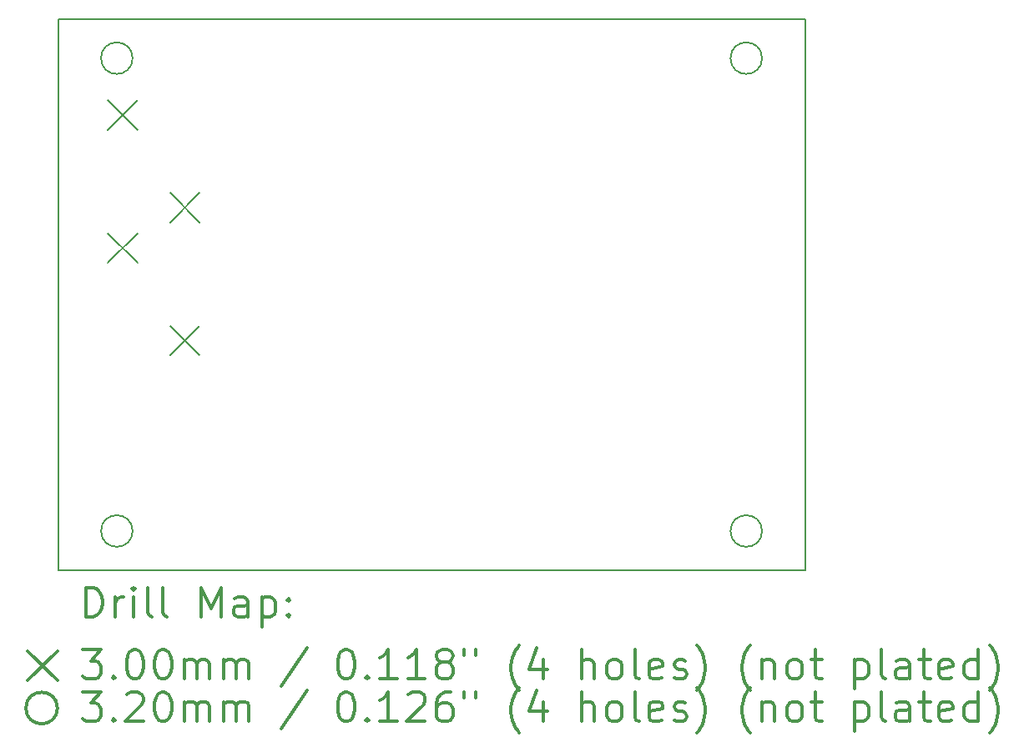
<source format=gbr>
%FSLAX45Y45*%
G04 Gerber Fmt 4.5, Leading zero omitted, Abs format (unit mm)*
G04 Created by KiCad (PCBNEW (5.1.6)-1) date 2022-01-28 10:45:05*
%MOMM*%
%LPD*%
G01*
G04 APERTURE LIST*
%TA.AperFunction,Profile*%
%ADD10C,0.150000*%
%TD*%
%ADD11C,0.200000*%
%ADD12C,0.300000*%
G04 APERTURE END LIST*
D10*
X20761000Y-10109000D02*
X13180000Y-10109000D01*
X20761000Y-10109000D02*
X20761000Y-4507000D01*
X13180000Y-4507000D02*
X20761000Y-4507000D01*
X13180000Y-4507000D02*
X13180000Y-10109000D01*
D11*
X13684000Y-5335000D02*
X13984000Y-5635000D01*
X13984000Y-5335000D02*
X13684000Y-5635000D01*
X14314000Y-6275000D02*
X14614000Y-6575000D01*
X14614000Y-6275000D02*
X14314000Y-6575000D01*
X13684000Y-6683000D02*
X13984000Y-6983000D01*
X13984000Y-6683000D02*
X13684000Y-6983000D01*
X14314000Y-7623000D02*
X14614000Y-7923000D01*
X14614000Y-7623000D02*
X14314000Y-7923000D01*
X20321000Y-4907000D02*
G75*
G03*
X20321000Y-4907000I-160000J0D01*
G01*
X13935000Y-4907000D02*
G75*
G03*
X13935000Y-4907000I-160000J0D01*
G01*
X20321000Y-9709000D02*
G75*
G03*
X20321000Y-9709000I-160000J0D01*
G01*
X13935000Y-9709000D02*
G75*
G03*
X13935000Y-9709000I-160000J0D01*
G01*
D12*
X13458928Y-10582214D02*
X13458928Y-10282214D01*
X13530357Y-10282214D01*
X13573214Y-10296500D01*
X13601786Y-10325072D01*
X13616071Y-10353643D01*
X13630357Y-10410786D01*
X13630357Y-10453643D01*
X13616071Y-10510786D01*
X13601786Y-10539357D01*
X13573214Y-10567929D01*
X13530357Y-10582214D01*
X13458928Y-10582214D01*
X13758928Y-10582214D02*
X13758928Y-10382214D01*
X13758928Y-10439357D02*
X13773214Y-10410786D01*
X13787500Y-10396500D01*
X13816071Y-10382214D01*
X13844643Y-10382214D01*
X13944643Y-10582214D02*
X13944643Y-10382214D01*
X13944643Y-10282214D02*
X13930357Y-10296500D01*
X13944643Y-10310786D01*
X13958928Y-10296500D01*
X13944643Y-10282214D01*
X13944643Y-10310786D01*
X14130357Y-10582214D02*
X14101786Y-10567929D01*
X14087500Y-10539357D01*
X14087500Y-10282214D01*
X14287500Y-10582214D02*
X14258928Y-10567929D01*
X14244643Y-10539357D01*
X14244643Y-10282214D01*
X14630357Y-10582214D02*
X14630357Y-10282214D01*
X14730357Y-10496500D01*
X14830357Y-10282214D01*
X14830357Y-10582214D01*
X15101786Y-10582214D02*
X15101786Y-10425072D01*
X15087500Y-10396500D01*
X15058928Y-10382214D01*
X15001786Y-10382214D01*
X14973214Y-10396500D01*
X15101786Y-10567929D02*
X15073214Y-10582214D01*
X15001786Y-10582214D01*
X14973214Y-10567929D01*
X14958928Y-10539357D01*
X14958928Y-10510786D01*
X14973214Y-10482214D01*
X15001786Y-10467929D01*
X15073214Y-10467929D01*
X15101786Y-10453643D01*
X15244643Y-10382214D02*
X15244643Y-10682214D01*
X15244643Y-10396500D02*
X15273214Y-10382214D01*
X15330357Y-10382214D01*
X15358928Y-10396500D01*
X15373214Y-10410786D01*
X15387500Y-10439357D01*
X15387500Y-10525072D01*
X15373214Y-10553643D01*
X15358928Y-10567929D01*
X15330357Y-10582214D01*
X15273214Y-10582214D01*
X15244643Y-10567929D01*
X15516071Y-10553643D02*
X15530357Y-10567929D01*
X15516071Y-10582214D01*
X15501786Y-10567929D01*
X15516071Y-10553643D01*
X15516071Y-10582214D01*
X15516071Y-10396500D02*
X15530357Y-10410786D01*
X15516071Y-10425072D01*
X15501786Y-10410786D01*
X15516071Y-10396500D01*
X15516071Y-10425072D01*
X12872500Y-10926500D02*
X13172500Y-11226500D01*
X13172500Y-10926500D02*
X12872500Y-11226500D01*
X13430357Y-10912214D02*
X13616071Y-10912214D01*
X13516071Y-11026500D01*
X13558928Y-11026500D01*
X13587500Y-11040786D01*
X13601786Y-11055072D01*
X13616071Y-11083643D01*
X13616071Y-11155072D01*
X13601786Y-11183643D01*
X13587500Y-11197929D01*
X13558928Y-11212214D01*
X13473214Y-11212214D01*
X13444643Y-11197929D01*
X13430357Y-11183643D01*
X13744643Y-11183643D02*
X13758928Y-11197929D01*
X13744643Y-11212214D01*
X13730357Y-11197929D01*
X13744643Y-11183643D01*
X13744643Y-11212214D01*
X13944643Y-10912214D02*
X13973214Y-10912214D01*
X14001786Y-10926500D01*
X14016071Y-10940786D01*
X14030357Y-10969357D01*
X14044643Y-11026500D01*
X14044643Y-11097929D01*
X14030357Y-11155072D01*
X14016071Y-11183643D01*
X14001786Y-11197929D01*
X13973214Y-11212214D01*
X13944643Y-11212214D01*
X13916071Y-11197929D01*
X13901786Y-11183643D01*
X13887500Y-11155072D01*
X13873214Y-11097929D01*
X13873214Y-11026500D01*
X13887500Y-10969357D01*
X13901786Y-10940786D01*
X13916071Y-10926500D01*
X13944643Y-10912214D01*
X14230357Y-10912214D02*
X14258928Y-10912214D01*
X14287500Y-10926500D01*
X14301786Y-10940786D01*
X14316071Y-10969357D01*
X14330357Y-11026500D01*
X14330357Y-11097929D01*
X14316071Y-11155072D01*
X14301786Y-11183643D01*
X14287500Y-11197929D01*
X14258928Y-11212214D01*
X14230357Y-11212214D01*
X14201786Y-11197929D01*
X14187500Y-11183643D01*
X14173214Y-11155072D01*
X14158928Y-11097929D01*
X14158928Y-11026500D01*
X14173214Y-10969357D01*
X14187500Y-10940786D01*
X14201786Y-10926500D01*
X14230357Y-10912214D01*
X14458928Y-11212214D02*
X14458928Y-11012214D01*
X14458928Y-11040786D02*
X14473214Y-11026500D01*
X14501786Y-11012214D01*
X14544643Y-11012214D01*
X14573214Y-11026500D01*
X14587500Y-11055072D01*
X14587500Y-11212214D01*
X14587500Y-11055072D02*
X14601786Y-11026500D01*
X14630357Y-11012214D01*
X14673214Y-11012214D01*
X14701786Y-11026500D01*
X14716071Y-11055072D01*
X14716071Y-11212214D01*
X14858928Y-11212214D02*
X14858928Y-11012214D01*
X14858928Y-11040786D02*
X14873214Y-11026500D01*
X14901786Y-11012214D01*
X14944643Y-11012214D01*
X14973214Y-11026500D01*
X14987500Y-11055072D01*
X14987500Y-11212214D01*
X14987500Y-11055072D02*
X15001786Y-11026500D01*
X15030357Y-11012214D01*
X15073214Y-11012214D01*
X15101786Y-11026500D01*
X15116071Y-11055072D01*
X15116071Y-11212214D01*
X15701786Y-10897929D02*
X15444643Y-11283643D01*
X16087500Y-10912214D02*
X16116071Y-10912214D01*
X16144643Y-10926500D01*
X16158928Y-10940786D01*
X16173214Y-10969357D01*
X16187500Y-11026500D01*
X16187500Y-11097929D01*
X16173214Y-11155072D01*
X16158928Y-11183643D01*
X16144643Y-11197929D01*
X16116071Y-11212214D01*
X16087500Y-11212214D01*
X16058928Y-11197929D01*
X16044643Y-11183643D01*
X16030357Y-11155072D01*
X16016071Y-11097929D01*
X16016071Y-11026500D01*
X16030357Y-10969357D01*
X16044643Y-10940786D01*
X16058928Y-10926500D01*
X16087500Y-10912214D01*
X16316071Y-11183643D02*
X16330357Y-11197929D01*
X16316071Y-11212214D01*
X16301786Y-11197929D01*
X16316071Y-11183643D01*
X16316071Y-11212214D01*
X16616071Y-11212214D02*
X16444643Y-11212214D01*
X16530357Y-11212214D02*
X16530357Y-10912214D01*
X16501786Y-10955072D01*
X16473214Y-10983643D01*
X16444643Y-10997929D01*
X16901786Y-11212214D02*
X16730357Y-11212214D01*
X16816071Y-11212214D02*
X16816071Y-10912214D01*
X16787500Y-10955072D01*
X16758928Y-10983643D01*
X16730357Y-10997929D01*
X17073214Y-11040786D02*
X17044643Y-11026500D01*
X17030357Y-11012214D01*
X17016071Y-10983643D01*
X17016071Y-10969357D01*
X17030357Y-10940786D01*
X17044643Y-10926500D01*
X17073214Y-10912214D01*
X17130357Y-10912214D01*
X17158928Y-10926500D01*
X17173214Y-10940786D01*
X17187500Y-10969357D01*
X17187500Y-10983643D01*
X17173214Y-11012214D01*
X17158928Y-11026500D01*
X17130357Y-11040786D01*
X17073214Y-11040786D01*
X17044643Y-11055072D01*
X17030357Y-11069357D01*
X17016071Y-11097929D01*
X17016071Y-11155072D01*
X17030357Y-11183643D01*
X17044643Y-11197929D01*
X17073214Y-11212214D01*
X17130357Y-11212214D01*
X17158928Y-11197929D01*
X17173214Y-11183643D01*
X17187500Y-11155072D01*
X17187500Y-11097929D01*
X17173214Y-11069357D01*
X17158928Y-11055072D01*
X17130357Y-11040786D01*
X17301786Y-10912214D02*
X17301786Y-10969357D01*
X17416071Y-10912214D02*
X17416071Y-10969357D01*
X17858928Y-11326500D02*
X17844643Y-11312214D01*
X17816071Y-11269357D01*
X17801786Y-11240786D01*
X17787500Y-11197929D01*
X17773214Y-11126500D01*
X17773214Y-11069357D01*
X17787500Y-10997929D01*
X17801786Y-10955072D01*
X17816071Y-10926500D01*
X17844643Y-10883643D01*
X17858928Y-10869357D01*
X18101786Y-11012214D02*
X18101786Y-11212214D01*
X18030357Y-10897929D02*
X17958928Y-11112214D01*
X18144643Y-11112214D01*
X18487500Y-11212214D02*
X18487500Y-10912214D01*
X18616071Y-11212214D02*
X18616071Y-11055072D01*
X18601786Y-11026500D01*
X18573214Y-11012214D01*
X18530357Y-11012214D01*
X18501786Y-11026500D01*
X18487500Y-11040786D01*
X18801786Y-11212214D02*
X18773214Y-11197929D01*
X18758928Y-11183643D01*
X18744643Y-11155072D01*
X18744643Y-11069357D01*
X18758928Y-11040786D01*
X18773214Y-11026500D01*
X18801786Y-11012214D01*
X18844643Y-11012214D01*
X18873214Y-11026500D01*
X18887500Y-11040786D01*
X18901786Y-11069357D01*
X18901786Y-11155072D01*
X18887500Y-11183643D01*
X18873214Y-11197929D01*
X18844643Y-11212214D01*
X18801786Y-11212214D01*
X19073214Y-11212214D02*
X19044643Y-11197929D01*
X19030357Y-11169357D01*
X19030357Y-10912214D01*
X19301786Y-11197929D02*
X19273214Y-11212214D01*
X19216071Y-11212214D01*
X19187500Y-11197929D01*
X19173214Y-11169357D01*
X19173214Y-11055072D01*
X19187500Y-11026500D01*
X19216071Y-11012214D01*
X19273214Y-11012214D01*
X19301786Y-11026500D01*
X19316071Y-11055072D01*
X19316071Y-11083643D01*
X19173214Y-11112214D01*
X19430357Y-11197929D02*
X19458928Y-11212214D01*
X19516071Y-11212214D01*
X19544643Y-11197929D01*
X19558928Y-11169357D01*
X19558928Y-11155072D01*
X19544643Y-11126500D01*
X19516071Y-11112214D01*
X19473214Y-11112214D01*
X19444643Y-11097929D01*
X19430357Y-11069357D01*
X19430357Y-11055072D01*
X19444643Y-11026500D01*
X19473214Y-11012214D01*
X19516071Y-11012214D01*
X19544643Y-11026500D01*
X19658928Y-11326500D02*
X19673214Y-11312214D01*
X19701786Y-11269357D01*
X19716071Y-11240786D01*
X19730357Y-11197929D01*
X19744643Y-11126500D01*
X19744643Y-11069357D01*
X19730357Y-10997929D01*
X19716071Y-10955072D01*
X19701786Y-10926500D01*
X19673214Y-10883643D01*
X19658928Y-10869357D01*
X20201786Y-11326500D02*
X20187500Y-11312214D01*
X20158928Y-11269357D01*
X20144643Y-11240786D01*
X20130357Y-11197929D01*
X20116071Y-11126500D01*
X20116071Y-11069357D01*
X20130357Y-10997929D01*
X20144643Y-10955072D01*
X20158928Y-10926500D01*
X20187500Y-10883643D01*
X20201786Y-10869357D01*
X20316071Y-11012214D02*
X20316071Y-11212214D01*
X20316071Y-11040786D02*
X20330357Y-11026500D01*
X20358928Y-11012214D01*
X20401786Y-11012214D01*
X20430357Y-11026500D01*
X20444643Y-11055072D01*
X20444643Y-11212214D01*
X20630357Y-11212214D02*
X20601786Y-11197929D01*
X20587500Y-11183643D01*
X20573214Y-11155072D01*
X20573214Y-11069357D01*
X20587500Y-11040786D01*
X20601786Y-11026500D01*
X20630357Y-11012214D01*
X20673214Y-11012214D01*
X20701786Y-11026500D01*
X20716071Y-11040786D01*
X20730357Y-11069357D01*
X20730357Y-11155072D01*
X20716071Y-11183643D01*
X20701786Y-11197929D01*
X20673214Y-11212214D01*
X20630357Y-11212214D01*
X20816071Y-11012214D02*
X20930357Y-11012214D01*
X20858928Y-10912214D02*
X20858928Y-11169357D01*
X20873214Y-11197929D01*
X20901786Y-11212214D01*
X20930357Y-11212214D01*
X21258928Y-11012214D02*
X21258928Y-11312214D01*
X21258928Y-11026500D02*
X21287500Y-11012214D01*
X21344643Y-11012214D01*
X21373214Y-11026500D01*
X21387500Y-11040786D01*
X21401786Y-11069357D01*
X21401786Y-11155072D01*
X21387500Y-11183643D01*
X21373214Y-11197929D01*
X21344643Y-11212214D01*
X21287500Y-11212214D01*
X21258928Y-11197929D01*
X21573214Y-11212214D02*
X21544643Y-11197929D01*
X21530357Y-11169357D01*
X21530357Y-10912214D01*
X21816071Y-11212214D02*
X21816071Y-11055072D01*
X21801786Y-11026500D01*
X21773214Y-11012214D01*
X21716071Y-11012214D01*
X21687500Y-11026500D01*
X21816071Y-11197929D02*
X21787500Y-11212214D01*
X21716071Y-11212214D01*
X21687500Y-11197929D01*
X21673214Y-11169357D01*
X21673214Y-11140786D01*
X21687500Y-11112214D01*
X21716071Y-11097929D01*
X21787500Y-11097929D01*
X21816071Y-11083643D01*
X21916071Y-11012214D02*
X22030357Y-11012214D01*
X21958928Y-10912214D02*
X21958928Y-11169357D01*
X21973214Y-11197929D01*
X22001786Y-11212214D01*
X22030357Y-11212214D01*
X22244643Y-11197929D02*
X22216071Y-11212214D01*
X22158928Y-11212214D01*
X22130357Y-11197929D01*
X22116071Y-11169357D01*
X22116071Y-11055072D01*
X22130357Y-11026500D01*
X22158928Y-11012214D01*
X22216071Y-11012214D01*
X22244643Y-11026500D01*
X22258928Y-11055072D01*
X22258928Y-11083643D01*
X22116071Y-11112214D01*
X22516071Y-11212214D02*
X22516071Y-10912214D01*
X22516071Y-11197929D02*
X22487500Y-11212214D01*
X22430357Y-11212214D01*
X22401786Y-11197929D01*
X22387500Y-11183643D01*
X22373214Y-11155072D01*
X22373214Y-11069357D01*
X22387500Y-11040786D01*
X22401786Y-11026500D01*
X22430357Y-11012214D01*
X22487500Y-11012214D01*
X22516071Y-11026500D01*
X22630357Y-11326500D02*
X22644643Y-11312214D01*
X22673214Y-11269357D01*
X22687500Y-11240786D01*
X22701786Y-11197929D01*
X22716071Y-11126500D01*
X22716071Y-11069357D01*
X22701786Y-10997929D01*
X22687500Y-10955072D01*
X22673214Y-10926500D01*
X22644643Y-10883643D01*
X22630357Y-10869357D01*
X13172500Y-11506500D02*
G75*
G03*
X13172500Y-11506500I-160000J0D01*
G01*
X13430357Y-11342214D02*
X13616071Y-11342214D01*
X13516071Y-11456500D01*
X13558928Y-11456500D01*
X13587500Y-11470786D01*
X13601786Y-11485071D01*
X13616071Y-11513643D01*
X13616071Y-11585071D01*
X13601786Y-11613643D01*
X13587500Y-11627929D01*
X13558928Y-11642214D01*
X13473214Y-11642214D01*
X13444643Y-11627929D01*
X13430357Y-11613643D01*
X13744643Y-11613643D02*
X13758928Y-11627929D01*
X13744643Y-11642214D01*
X13730357Y-11627929D01*
X13744643Y-11613643D01*
X13744643Y-11642214D01*
X13873214Y-11370786D02*
X13887500Y-11356500D01*
X13916071Y-11342214D01*
X13987500Y-11342214D01*
X14016071Y-11356500D01*
X14030357Y-11370786D01*
X14044643Y-11399357D01*
X14044643Y-11427929D01*
X14030357Y-11470786D01*
X13858928Y-11642214D01*
X14044643Y-11642214D01*
X14230357Y-11342214D02*
X14258928Y-11342214D01*
X14287500Y-11356500D01*
X14301786Y-11370786D01*
X14316071Y-11399357D01*
X14330357Y-11456500D01*
X14330357Y-11527929D01*
X14316071Y-11585071D01*
X14301786Y-11613643D01*
X14287500Y-11627929D01*
X14258928Y-11642214D01*
X14230357Y-11642214D01*
X14201786Y-11627929D01*
X14187500Y-11613643D01*
X14173214Y-11585071D01*
X14158928Y-11527929D01*
X14158928Y-11456500D01*
X14173214Y-11399357D01*
X14187500Y-11370786D01*
X14201786Y-11356500D01*
X14230357Y-11342214D01*
X14458928Y-11642214D02*
X14458928Y-11442214D01*
X14458928Y-11470786D02*
X14473214Y-11456500D01*
X14501786Y-11442214D01*
X14544643Y-11442214D01*
X14573214Y-11456500D01*
X14587500Y-11485071D01*
X14587500Y-11642214D01*
X14587500Y-11485071D02*
X14601786Y-11456500D01*
X14630357Y-11442214D01*
X14673214Y-11442214D01*
X14701786Y-11456500D01*
X14716071Y-11485071D01*
X14716071Y-11642214D01*
X14858928Y-11642214D02*
X14858928Y-11442214D01*
X14858928Y-11470786D02*
X14873214Y-11456500D01*
X14901786Y-11442214D01*
X14944643Y-11442214D01*
X14973214Y-11456500D01*
X14987500Y-11485071D01*
X14987500Y-11642214D01*
X14987500Y-11485071D02*
X15001786Y-11456500D01*
X15030357Y-11442214D01*
X15073214Y-11442214D01*
X15101786Y-11456500D01*
X15116071Y-11485071D01*
X15116071Y-11642214D01*
X15701786Y-11327929D02*
X15444643Y-11713643D01*
X16087500Y-11342214D02*
X16116071Y-11342214D01*
X16144643Y-11356500D01*
X16158928Y-11370786D01*
X16173214Y-11399357D01*
X16187500Y-11456500D01*
X16187500Y-11527929D01*
X16173214Y-11585071D01*
X16158928Y-11613643D01*
X16144643Y-11627929D01*
X16116071Y-11642214D01*
X16087500Y-11642214D01*
X16058928Y-11627929D01*
X16044643Y-11613643D01*
X16030357Y-11585071D01*
X16016071Y-11527929D01*
X16016071Y-11456500D01*
X16030357Y-11399357D01*
X16044643Y-11370786D01*
X16058928Y-11356500D01*
X16087500Y-11342214D01*
X16316071Y-11613643D02*
X16330357Y-11627929D01*
X16316071Y-11642214D01*
X16301786Y-11627929D01*
X16316071Y-11613643D01*
X16316071Y-11642214D01*
X16616071Y-11642214D02*
X16444643Y-11642214D01*
X16530357Y-11642214D02*
X16530357Y-11342214D01*
X16501786Y-11385071D01*
X16473214Y-11413643D01*
X16444643Y-11427929D01*
X16730357Y-11370786D02*
X16744643Y-11356500D01*
X16773214Y-11342214D01*
X16844643Y-11342214D01*
X16873214Y-11356500D01*
X16887500Y-11370786D01*
X16901786Y-11399357D01*
X16901786Y-11427929D01*
X16887500Y-11470786D01*
X16716071Y-11642214D01*
X16901786Y-11642214D01*
X17158928Y-11342214D02*
X17101786Y-11342214D01*
X17073214Y-11356500D01*
X17058928Y-11370786D01*
X17030357Y-11413643D01*
X17016071Y-11470786D01*
X17016071Y-11585071D01*
X17030357Y-11613643D01*
X17044643Y-11627929D01*
X17073214Y-11642214D01*
X17130357Y-11642214D01*
X17158928Y-11627929D01*
X17173214Y-11613643D01*
X17187500Y-11585071D01*
X17187500Y-11513643D01*
X17173214Y-11485071D01*
X17158928Y-11470786D01*
X17130357Y-11456500D01*
X17073214Y-11456500D01*
X17044643Y-11470786D01*
X17030357Y-11485071D01*
X17016071Y-11513643D01*
X17301786Y-11342214D02*
X17301786Y-11399357D01*
X17416071Y-11342214D02*
X17416071Y-11399357D01*
X17858928Y-11756500D02*
X17844643Y-11742214D01*
X17816071Y-11699357D01*
X17801786Y-11670786D01*
X17787500Y-11627929D01*
X17773214Y-11556500D01*
X17773214Y-11499357D01*
X17787500Y-11427929D01*
X17801786Y-11385071D01*
X17816071Y-11356500D01*
X17844643Y-11313643D01*
X17858928Y-11299357D01*
X18101786Y-11442214D02*
X18101786Y-11642214D01*
X18030357Y-11327929D02*
X17958928Y-11542214D01*
X18144643Y-11542214D01*
X18487500Y-11642214D02*
X18487500Y-11342214D01*
X18616071Y-11642214D02*
X18616071Y-11485071D01*
X18601786Y-11456500D01*
X18573214Y-11442214D01*
X18530357Y-11442214D01*
X18501786Y-11456500D01*
X18487500Y-11470786D01*
X18801786Y-11642214D02*
X18773214Y-11627929D01*
X18758928Y-11613643D01*
X18744643Y-11585071D01*
X18744643Y-11499357D01*
X18758928Y-11470786D01*
X18773214Y-11456500D01*
X18801786Y-11442214D01*
X18844643Y-11442214D01*
X18873214Y-11456500D01*
X18887500Y-11470786D01*
X18901786Y-11499357D01*
X18901786Y-11585071D01*
X18887500Y-11613643D01*
X18873214Y-11627929D01*
X18844643Y-11642214D01*
X18801786Y-11642214D01*
X19073214Y-11642214D02*
X19044643Y-11627929D01*
X19030357Y-11599357D01*
X19030357Y-11342214D01*
X19301786Y-11627929D02*
X19273214Y-11642214D01*
X19216071Y-11642214D01*
X19187500Y-11627929D01*
X19173214Y-11599357D01*
X19173214Y-11485071D01*
X19187500Y-11456500D01*
X19216071Y-11442214D01*
X19273214Y-11442214D01*
X19301786Y-11456500D01*
X19316071Y-11485071D01*
X19316071Y-11513643D01*
X19173214Y-11542214D01*
X19430357Y-11627929D02*
X19458928Y-11642214D01*
X19516071Y-11642214D01*
X19544643Y-11627929D01*
X19558928Y-11599357D01*
X19558928Y-11585071D01*
X19544643Y-11556500D01*
X19516071Y-11542214D01*
X19473214Y-11542214D01*
X19444643Y-11527929D01*
X19430357Y-11499357D01*
X19430357Y-11485071D01*
X19444643Y-11456500D01*
X19473214Y-11442214D01*
X19516071Y-11442214D01*
X19544643Y-11456500D01*
X19658928Y-11756500D02*
X19673214Y-11742214D01*
X19701786Y-11699357D01*
X19716071Y-11670786D01*
X19730357Y-11627929D01*
X19744643Y-11556500D01*
X19744643Y-11499357D01*
X19730357Y-11427929D01*
X19716071Y-11385071D01*
X19701786Y-11356500D01*
X19673214Y-11313643D01*
X19658928Y-11299357D01*
X20201786Y-11756500D02*
X20187500Y-11742214D01*
X20158928Y-11699357D01*
X20144643Y-11670786D01*
X20130357Y-11627929D01*
X20116071Y-11556500D01*
X20116071Y-11499357D01*
X20130357Y-11427929D01*
X20144643Y-11385071D01*
X20158928Y-11356500D01*
X20187500Y-11313643D01*
X20201786Y-11299357D01*
X20316071Y-11442214D02*
X20316071Y-11642214D01*
X20316071Y-11470786D02*
X20330357Y-11456500D01*
X20358928Y-11442214D01*
X20401786Y-11442214D01*
X20430357Y-11456500D01*
X20444643Y-11485071D01*
X20444643Y-11642214D01*
X20630357Y-11642214D02*
X20601786Y-11627929D01*
X20587500Y-11613643D01*
X20573214Y-11585071D01*
X20573214Y-11499357D01*
X20587500Y-11470786D01*
X20601786Y-11456500D01*
X20630357Y-11442214D01*
X20673214Y-11442214D01*
X20701786Y-11456500D01*
X20716071Y-11470786D01*
X20730357Y-11499357D01*
X20730357Y-11585071D01*
X20716071Y-11613643D01*
X20701786Y-11627929D01*
X20673214Y-11642214D01*
X20630357Y-11642214D01*
X20816071Y-11442214D02*
X20930357Y-11442214D01*
X20858928Y-11342214D02*
X20858928Y-11599357D01*
X20873214Y-11627929D01*
X20901786Y-11642214D01*
X20930357Y-11642214D01*
X21258928Y-11442214D02*
X21258928Y-11742214D01*
X21258928Y-11456500D02*
X21287500Y-11442214D01*
X21344643Y-11442214D01*
X21373214Y-11456500D01*
X21387500Y-11470786D01*
X21401786Y-11499357D01*
X21401786Y-11585071D01*
X21387500Y-11613643D01*
X21373214Y-11627929D01*
X21344643Y-11642214D01*
X21287500Y-11642214D01*
X21258928Y-11627929D01*
X21573214Y-11642214D02*
X21544643Y-11627929D01*
X21530357Y-11599357D01*
X21530357Y-11342214D01*
X21816071Y-11642214D02*
X21816071Y-11485071D01*
X21801786Y-11456500D01*
X21773214Y-11442214D01*
X21716071Y-11442214D01*
X21687500Y-11456500D01*
X21816071Y-11627929D02*
X21787500Y-11642214D01*
X21716071Y-11642214D01*
X21687500Y-11627929D01*
X21673214Y-11599357D01*
X21673214Y-11570786D01*
X21687500Y-11542214D01*
X21716071Y-11527929D01*
X21787500Y-11527929D01*
X21816071Y-11513643D01*
X21916071Y-11442214D02*
X22030357Y-11442214D01*
X21958928Y-11342214D02*
X21958928Y-11599357D01*
X21973214Y-11627929D01*
X22001786Y-11642214D01*
X22030357Y-11642214D01*
X22244643Y-11627929D02*
X22216071Y-11642214D01*
X22158928Y-11642214D01*
X22130357Y-11627929D01*
X22116071Y-11599357D01*
X22116071Y-11485071D01*
X22130357Y-11456500D01*
X22158928Y-11442214D01*
X22216071Y-11442214D01*
X22244643Y-11456500D01*
X22258928Y-11485071D01*
X22258928Y-11513643D01*
X22116071Y-11542214D01*
X22516071Y-11642214D02*
X22516071Y-11342214D01*
X22516071Y-11627929D02*
X22487500Y-11642214D01*
X22430357Y-11642214D01*
X22401786Y-11627929D01*
X22387500Y-11613643D01*
X22373214Y-11585071D01*
X22373214Y-11499357D01*
X22387500Y-11470786D01*
X22401786Y-11456500D01*
X22430357Y-11442214D01*
X22487500Y-11442214D01*
X22516071Y-11456500D01*
X22630357Y-11756500D02*
X22644643Y-11742214D01*
X22673214Y-11699357D01*
X22687500Y-11670786D01*
X22701786Y-11627929D01*
X22716071Y-11556500D01*
X22716071Y-11499357D01*
X22701786Y-11427929D01*
X22687500Y-11385071D01*
X22673214Y-11356500D01*
X22644643Y-11313643D01*
X22630357Y-11299357D01*
M02*

</source>
